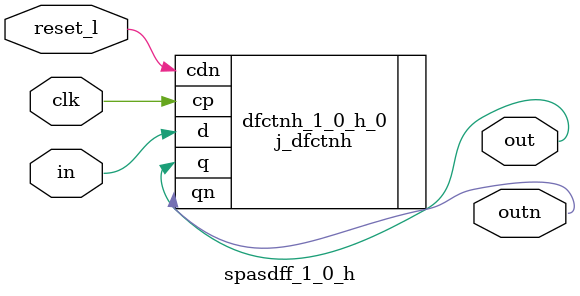
<source format=v>

/**************************************************************************
 *                                                                        *
 *               Copyright (C) 1994, Silicon Graphics, Inc.               *
 *                                                                        *
 *  These coded instructions, statements, and computer programs  contain  *
 *  unpublished  proprietary  information of Silicon Graphics, Inc., and  *
 *  are protected by Federal copyright  law.  They  may not be disclosed  *
 *  to  third  parties  or copied or duplicated in any form, in whole or  *
 *  in part, without the prior written consent of Silicon Graphics, Inc.  *
 *                                                                        *
 *************************************************************************/
// $Id: spasdff_1_0_h.v,v 1.2 2002/11/13 02:11:41 rws Exp $

// spasdff_1_0_h.v: 1-bit high-performance dff w/ reset

`timescale 1ns / 10ps

module spasdff_1_0_h(out, outn, in, clk, reset_l);

  output out; output outn; input  in; input clk; input reset_l;
  j_dfctnh dfctnh_1_0_h_0 (.q(out), .qn(outn), .d(in), .cp(clk), .cdn(reset_l)); 

endmodule



</source>
